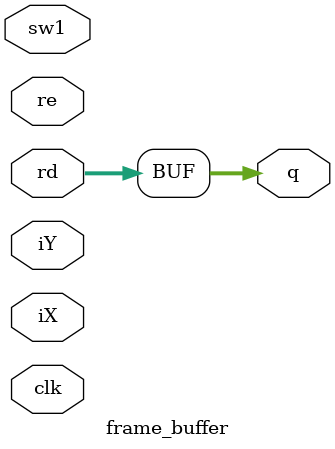
<source format=v>
module frame_buffer
(
	input sw1,
	input [10:0] iX, iY,
	//input [ADDR_WIDTH-1:0] ra, wa,
	input re, clk,
	input [DATA_WIDTH-1:0] rd,
	output reg [DATA_WIDTH-1:0] q
);

// Declare the RAM variable
reg [ADDR_WIDTH-1 : 0] ram [0 : RAM_DEPTH-1];	// INTERNAL MEMORY

parameter DATA_WIDTH = 8;
parameter ADDR_WIDTH = 14;
parameter RAM_DEPTH = (1 << ADDR_WIDTH);

parameter WIDTH = 110;
parameter HEIGHT = 145;

reg switch;


always
	begin
	
		// Write
		//if (!re)
	//		ram[iX * HEIGHT + iY] <= rd;
/*
		else if(re && switch == 1)
			if( (iY >= 0 && iY <= 10) && (iX >= 0 && iX <= 10) )
					q <= ram[iX * HEIGHT + iY];
			else
					q <= 8'b10000000; // send green border
					*/
	//	else if(sw1 == 1)
			q <= rd;
	end

endmodule

</source>
